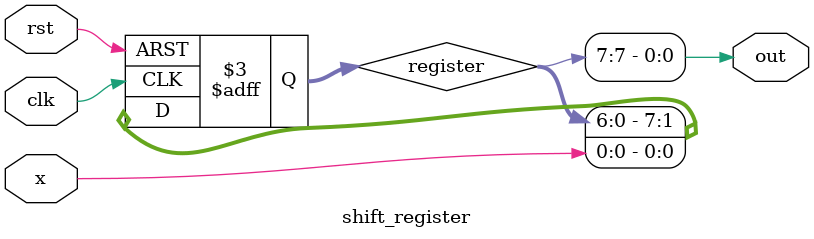
<source format=v>
`timescale 1ns / 1ps


module shift_register(clk,rst,x,out);
input clk,rst;
input x;
output out;
reg[7:0]register;
always@(posedge clk,posedge rst)
if(rst)
register=0;
else
begin
register<=register<<1;
register[0]<=x;
end
assign out=register[7];

endmodule

</source>
